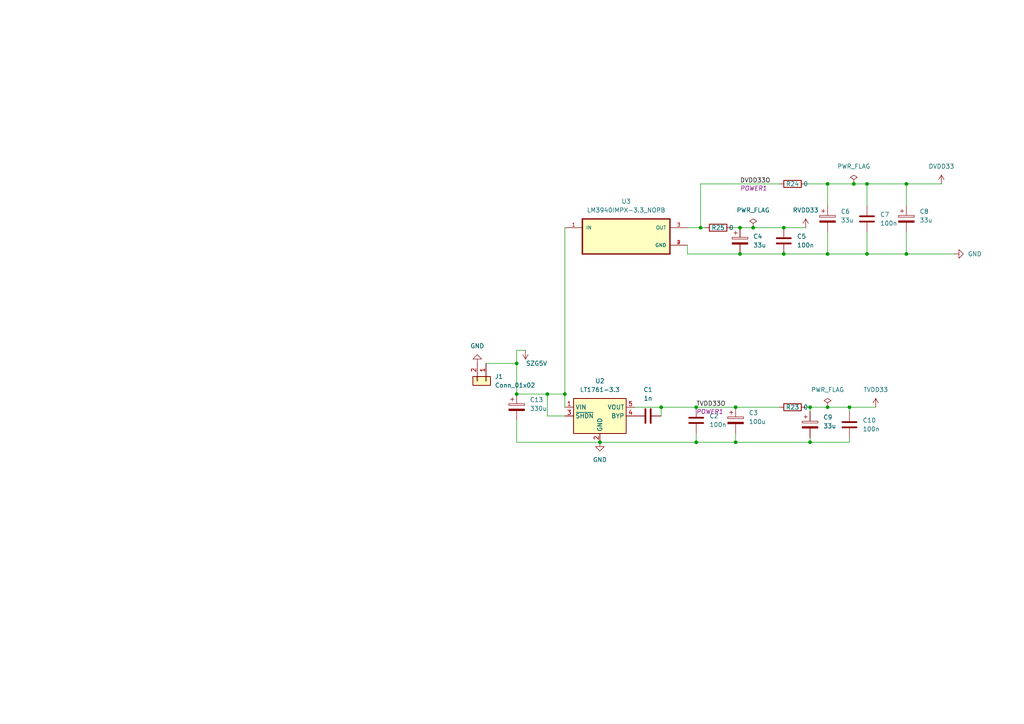
<source format=kicad_sch>
(kicad_sch (version 20231120) (generator "eeschema") (generator_version "8.0")
  (paper "A4")
  (lib_symbols
    (symbol "Connector_Generic:Conn_01x02" (pin_names (offset 1.016) hide)
      (property "Reference" "J" (at 0 2.54 0))
      (property "Value" "Conn_01x02" (at 0 -5.08 0))
      (symbol "Conn_01x02_1_1"
        (rectangle (start -1.27 -2.413) (end 0 -2.667) (stroke (width 0.1524)))
        (rectangle (start -1.27 0.127) (end 0 -0.127) (stroke (width 0.1524)))
        (rectangle (start -1.27 1.27) (end 1.27 -3.81) (stroke (width 0.254)) (fill (type background)))
        (pin passive line (at -5.08 0 0) (length 3.81) (name "Pin_1") (number "1"))
        (pin passive line (at -5.08 -2.54 0) (length 3.81) (name "Pin_2") (number "2"))
      )
    )
    (symbol "Device:C" (pin_numbers hide) (pin_names (offset 0.254))
      (property "Reference" "C" (at 0.635 2.54 0))
      (property "Value" "C" (at 0.635 -2.54 0))
      (symbol "C_0_1"
        (polyline (pts (xy -2.032 -0.762) (xy 2.032 -0.762)) (stroke (width 0.508)))
        (polyline (pts (xy -2.032 0.762) (xy 2.032 0.762)) (stroke (width 0.508)))
      )
      (symbol "C_1_1"
        (pin passive line (at 0 3.81 270) (length 2.794) (name "~") (number "1"))
        (pin passive line (at 0 -3.81 90) (length 2.794) (name "~") (number "2"))
      )
    )
    (symbol "Device:C_Polarized" (pin_numbers hide) (pin_names (offset 0.254))
      (property "Reference" "C" (at 0.635 2.54 0))
      (property "Value" "C_Polarized" (at 0.635 -2.54 0))
      (symbol "C_Polarized_0_1"
        (rectangle (start -2.286 0.508) (end 2.286 1.016))
        (polyline (pts (xy -1.778 2.286) (xy -0.762 2.286)))
        (polyline (pts (xy -1.27 2.794) (xy -1.27 1.778)))
        (rectangle (start 2.286 -0.508) (end -2.286 -1.016) (fill (type outline)))
      )
      (symbol "C_Polarized_1_1"
        (pin passive line (at 0 3.81 270) (length 2.794) (name "~") (number "1"))
        (pin passive line (at 0 -3.81 90) (length 2.794) (name "~") (number "2"))
      )
    )
    (symbol "Device:R" (pin_numbers hide) (pin_names (offset 0))
      (property "Reference" "R" (at 2.032 0 90))
      (property "Value" "R" (at 0 0 90))
      (symbol "R_0_1"
        (rectangle (start -1.016 -2.54) (end 1.016 2.54) (stroke (width 0.254)))
      )
      (symbol "R_1_1"
        (pin passive line (at 0 3.81 270) (length 1.27) (name "~") (number "1"))
        (pin passive line (at 0 -3.81 90) (length 1.27) (name "~") (number "2"))
      )
    )
    (symbol "LM3940IMPX-3.3_NOPB:LM3940IMPX-3.3_NOPB" (pin_names (offset 1.016))
      (property "Reference" "U" (at -12.7 6.08 0))
      (property "Value" "LM3940IMPX-3.3_NOPB" (at -12.7 -9.08 0))
      (symbol "LM3940IMPX-3.3_NOPB_0_0"
        (rectangle (start -12.7 -5.08) (end 12.7 5.08) (stroke (width 0.41)) (fill (type background)))
        (pin input line (at -17.78 2.54 0) (length 5.08) (name "IN") (number "1"))
        (pin power_in line (at 17.78 -2.54 180) (length 5.08) (name "GND") (number "2"))
        (pin power_out line (at 17.78 2.54 180) (length 5.08) (name "OUT") (number "3"))
        (pin power_in line (at 17.78 -2.54 180) (length 5.08) (name "GND") (number "4"))
      )
    )
    (symbol "Regulator_Linear:LT1761-3.3"
      (property "Reference" "U" (at -6.35 6.35 0))
      (property "Value" "LT1761-3.3" (at 0 6.35 0))
      (symbol "LT1761-3.3_0_1"
        (rectangle (start -7.62 5.08) (end 7.62 -5.08) (stroke (width 0.254)) (fill (type background)))
      )
      (symbol "LT1761-3.3_1_1"
        (pin power_in line (at -10.16 2.54 0) (length 2.54) (name "VIN") (number "1"))
        (pin power_in line (at 0 -7.62 90) (length 2.54) (name "GND") (number "2"))
        (pin input line (at -10.16 0 0) (length 2.54) (name "~{SHDN}") (number "3"))
        (pin passive line (at 10.16 0 180) (length 2.54) (name "BYP") (number "4"))
        (pin power_out line (at 10.16 2.54 180) (length 2.54) (name "VOUT") (number "5"))
      )
    )
    (symbol "power:+5V" (power) (pin_numbers hide) (pin_names (offset 0) hide)
      (property "Value" "+5V" (at 0 3.556 0))
      (symbol "+5V_0_1"
        (polyline (pts (xy -0.762 1.27) (xy 0 2.54)))
        (polyline (pts (xy 0 0) (xy 0 2.54)))
        (polyline (pts (xy 0 2.54) (xy 0.762 1.27)))
      )
      (symbol "+5V_1_1"
        (pin power_in line (at 0 0 90) (length 0) (name "~") (number "1"))
      )
    )
    (symbol "power:GND" (power) (pin_numbers hide) (pin_names (offset 0) hide)
      (property "Value" "GND" (at 0 -3.81 0))
      (symbol "GND_0_1"
        (polyline (pts (xy 0 0) (xy 0 -1.27) (xy 1.27 -1.27) (xy 0 -2.54) (xy -1.27 -1.27) (xy 0 -1.27)))
      )
      (symbol "GND_1_1"
        (pin power_in line (at 0 0 270) (length 0) (name "~") (number "1"))
      )
    )
    (symbol "power:PWR_FLAG" (power) (pin_numbers hide) (pin_names (offset 0) hide)
      (property "Value" "PWR_FLAG" (at 0 3.81 0))
      (symbol "PWR_FLAG_0_0"
        (pin power_out line (at 0 0 90) (length 0) (name "~") (number "1"))
      )
      (symbol "PWR_FLAG_0_1"
        (polyline (pts (xy 0 0) (xy 0 1.27) (xy -1.016 1.905) (xy 0 2.54) (xy 1.016 1.905) (xy 0 1.27)))
      )
    )
    (symbol "power:VDD" (power) (pin_numbers hide) (pin_names (offset 0) hide)
      (property "Value" "VDD" (at 0 3.556 0))
      (symbol "VDD_0_1"
        (polyline (pts (xy -0.762 1.27) (xy 0 2.54)))
        (polyline (pts (xy 0 0) (xy 0 2.54)))
        (polyline (pts (xy 0 2.54) (xy 0.762 1.27)))
      )
      (symbol "VDD_1_1"
        (pin power_in line (at 0 0 90) (length 0) (name "~") (number "1"))
      )
    )
  )
  (junction (at 251.46 53.34))
  (junction (at 240.03 53.34))
  (junction (at 149.86 114.3))
  (junction (at 163.83 114.3))
  (junction (at 262.89 73.66))
  (junction (at 240.03 73.66))
  (junction (at 158.75 114.3))
  (junction (at 247.65 53.34))
  (junction (at 234.95 118.11))
  (junction (at 201.93 118.11))
  (junction (at 173.99 128.27))
  (junction (at 203.2 66.04))
  (junction (at 227.33 73.66))
  (junction (at 191.77 118.11))
  (junction (at 262.89 53.34))
  (junction (at 234.95 128.27))
  (junction (at 213.36 118.11))
  (junction (at 240.03 118.11))
  (junction (at 214.63 73.66))
  (junction (at 251.46 73.66))
  (junction (at 213.36 128.27))
  (junction (at 214.63 66.04))
  (junction (at 227.33 66.04))
  (junction (at 149.86 105.41))
  (junction (at 201.93 128.27))
  (junction (at 246.38 118.11))
  (junction (at 218.44 66.04))
  (wire (pts (xy 203.2 66.04) (xy 204.47 66.04)))
  (wire (pts (xy 247.65 53.34) (xy 251.46 53.34)))
  (wire (pts (xy 227.33 73.66) (xy 240.03 73.66)))
  (wire (pts (xy 163.83 118.11) (xy 163.83 114.3)))
  (wire (pts (xy 262.89 53.34) (xy 262.89 59.69)))
  (wire (pts (xy 158.75 120.65) (xy 158.75 114.3)))
  (wire (pts (xy 234.95 118.11) (xy 234.95 119.38)))
  (wire (pts (xy 203.2 66.04) (xy 199.39 66.04)))
  (wire (pts (xy 173.99 128.27) (xy 201.93 128.27)))
  (wire (pts (xy 240.03 67.31) (xy 240.03 73.66)))
  (wire (pts (xy 262.89 53.34) (xy 273.05 53.34)))
  (wire (pts (xy 240.03 53.34) (xy 247.65 53.34)))
  (wire (pts (xy 203.2 53.34) (xy 226.06 53.34)))
  (wire (pts (xy 240.03 53.34) (xy 240.03 59.69)))
  (wire (pts (xy 240.03 118.11) (xy 246.38 118.11)))
  (wire (pts (xy 234.95 118.11) (xy 240.03 118.11)))
  (wire (pts (xy 140.97 105.41) (xy 149.86 105.41)))
  (wire (pts (xy 149.86 101.6) (xy 152.4 101.6)))
  (wire (pts (xy 149.86 101.6) (xy 149.86 105.41)))
  (wire (pts (xy 201.93 118.11) (xy 213.36 118.11)))
  (wire (pts (xy 214.63 73.66) (xy 227.33 73.66)))
  (wire (pts (xy 149.86 105.41) (xy 149.86 114.3)))
  (wire (pts (xy 251.46 73.66) (xy 262.89 73.66)))
  (wire (pts (xy 254 118.11) (xy 246.38 118.11)))
  (wire (pts (xy 246.38 118.11) (xy 246.38 119.38)))
  (wire (pts (xy 199.39 73.66) (xy 199.39 71.12)))
  (wire (pts (xy 163.83 66.04) (xy 163.83 114.3)))
  (wire (pts (xy 213.36 128.27) (xy 201.93 128.27)))
  (wire (pts (xy 149.86 121.92) (xy 149.86 128.27)))
  (wire (pts (xy 234.95 128.27) (xy 246.38 128.27)))
  (wire (pts (xy 213.36 128.27) (xy 234.95 128.27)))
  (wire (pts (xy 262.89 53.34) (xy 251.46 53.34)))
  (wire (pts (xy 240.03 53.34) (xy 233.68 53.34)))
  (wire (pts (xy 163.83 120.65) (xy 158.75 120.65)))
  (wire (pts (xy 251.46 53.34) (xy 251.46 59.69)))
  (wire (pts (xy 227.33 66.04) (xy 233.68 66.04)))
  (wire (pts (xy 158.75 114.3) (xy 163.83 114.3)))
  (wire (pts (xy 199.39 73.66) (xy 214.63 73.66)))
  (wire (pts (xy 214.63 66.04) (xy 218.44 66.04)))
  (wire (pts (xy 246.38 128.27) (xy 246.38 127)))
  (wire (pts (xy 213.36 118.11) (xy 226.06 118.11)))
  (wire (pts (xy 251.46 67.31) (xy 251.46 73.66)))
  (wire (pts (xy 191.77 118.11) (xy 201.93 118.11)))
  (wire (pts (xy 240.03 73.66) (xy 251.46 73.66)))
  (wire (pts (xy 234.95 128.27) (xy 234.95 127)))
  (wire (pts (xy 201.93 125.73) (xy 201.93 128.27)))
  (wire (pts (xy 218.44 66.04) (xy 227.33 66.04)))
  (wire (pts (xy 191.77 118.11) (xy 191.77 120.65)))
  (wire (pts (xy 149.86 114.3) (xy 158.75 114.3)))
  (wire (pts (xy 203.2 53.34) (xy 203.2 66.04)))
  (wire (pts (xy 262.89 73.66) (xy 276.86 73.66)))
  (wire (pts (xy 149.86 128.27) (xy 173.99 128.27)))
  (wire (pts (xy 213.36 125.73) (xy 213.36 128.27)))
  (wire (pts (xy 234.95 118.11) (xy 233.68 118.11)))
  (wire (pts (xy 262.89 67.31) (xy 262.89 73.66)))
  (wire (pts (xy 184.15 118.11) (xy 191.77 118.11)))
  (wire (pts (xy 212.09 66.04) (xy 214.63 66.04)))
  (label "TVDD33O" (at 201.93 118.11 0) (property "Netclass" "POWER1" (at 201.93 119.38 0) (effects (font (italic yes)) (justify left))))
  (label "DVDD33O" (at 214.63 53.34 0) (property "Netclass" "POWER1" (at 214.63 54.61 0) (effects (font (italic yes)) (justify left))))
  (symbol (lib_id "Device:C_Polarized") (at 262.89 63.5 0) (unit 1)
    (property "Reference" "C8" (at 266.7 61.3409 0) (effects (justify left)))
    (property "Value" "33u" (at 266.7 63.8809 0) (effects (justify left)))
    (property "Footprint" "Capacitor_Tantalum_SMD:CP_EIA-2012-15_AVX-P_Pad1.30x1.05mm_HandSolder" (effects (hide yes)))
    (property "Description" "Polarized capacitor (tantal)" (effects (hide yes)))
  )
  (symbol (lib_id "power:PWR_FLAG") (at 218.44 66.04 0) (unit 1)
    (property "Reference" "#FLG011" (effects (hide yes)))
    (property "Value" "PWR_FLAG" (at 218.44 60.96 0))
    (property "Description" "Special symbol for telling ERC where power comes from" (effects (hide yes)))
  )
  (symbol (lib_id "Regulator_Linear:LT1761-3.3") (at 173.99 120.65 0) (unit 1)
    (property "Reference" "U2" (at 173.99 110.49 0))
    (property "Value" "LT1761-3.3" (at 173.99 113.03 0))
    (property "Footprint" "Package_TO_SOT_SMD:TSOT-23-5" (effects (hide yes)))
    (property "Datasheet" "https://www.analog.com/media/en/technical-documentation/data-sheets/1761sff.pdf" (effects (hide yes)))
    (property "Description" "MICROPOWER Low Noise 3.3V 100mA LDO regulator, TSOT-23-5" (effects (hide yes)))
  )
  (symbol (lib_id "Device:R") (at 208.28 66.04 90) (unit 1)
    (property "Reference" "R25" (at 208.28 66.04 90))
    (property "Value" "0" (at 212.09 66.04 90))
    (property "Footprint" "Resistor_SMD:R_0603_1608Metric_Pad0.98x0.95mm_HandSolder" (effects (hide yes)))
    (property "Description" "Resistor" (effects (hide yes)))
  )
  (symbol (lib_id "power:+5V") (at 152.4 101.6 180) (unit 1)
    (property "Reference" "#PWR096" (effects (hide yes)))
    (property "Value" "SZG5V" (at 158.75 105.41 0) (effects (justify left)))
  )
  (symbol (lib_id "Device:C_Polarized") (at 213.36 121.92 0) (unit 1)
    (property "Reference" "C3" (at 217.17 119.7609 0) (effects (justify left)))
    (property "Value" "100u" (at 217.17 122.3009 0) (effects (justify left)))
    (property "Footprint" "Capacitor_Tantalum_SMD:CP_EIA-2012-15_AVX-P_Pad1.30x1.05mm_HandSolder" (effects (hide yes)))
    (property "Datasheet" "https://datasheets.kyocera-avx.com/F95.pdf" (effects (hide yes)))
    (property "Description" "Polarized capacitor (tantal)" (effects (hide yes)))
  )
  (symbol (lib_id "power:VDD") (at 233.68 66.04 0) (unit 1)
    (property "Reference" "#PWR018" (effects (hide yes)))
    (property "Value" "RVDD33" (at 233.68 60.96 0))
    (property "Description" "Power symbol creates a global label with name \"VDD\"" (effects (hide yes)))
  )
  (symbol (lib_id "Device:C_Polarized") (at 240.03 63.5 0) (unit 1)
    (property "Reference" "C6" (at 243.84 61.3409 0) (effects (justify left)))
    (property "Value" "33u" (at 243.84 63.8809 0) (effects (justify left)))
    (property "Footprint" "Capacitor_Tantalum_SMD:CP_EIA-2012-15_AVX-P_Pad1.30x1.05mm_HandSolder" (effects (hide yes)))
    (property "Description" "Polarized capacitor (tantal)" (effects (hide yes)))
  )
  (symbol (lib_id "power:VDD") (at 273.05 53.34 0) (unit 1)
    (property "Reference" "#PWR010" (effects (hide yes)))
    (property "Value" "DVDD33" (at 273.05 48.26 0))
    (property "Description" "Power symbol creates a global label with name \"VDD\"" (effects (hide yes)))
  )
  (symbol (lib_id "LM3940IMPX-3.3_NOPB:LM3940IMPX-3.3_NOPB") (at 181.61 68.58 0) (unit 1)
    (property "Reference" "U3" (at 181.61 58.42 0))
    (property "Value" "LM3940IMPX-3.3_NOPB" (at 181.61 60.96 0))
    (property "Footprint" "LM3940IMPX-3.3_NOPB:SOT230P700X180-4N" (effects (hide yes)))
    (property "MF" "Texas Instruments" (effects (hide yes)))
    (property "Description_1" "\n                        \n                            1-A, low-dropout voltage regulator for 5-V to 3.3-V conversion\n                        \n" (effects (hide yes)))
    (property "Package" "SOT-223-4 Texas Instruments" (effects (hide yes)))
    (property "Price" "None" (effects (hide yes)))
    (property "SnapEDA_Link" "https://www.snapeda.com/parts/LM3940IMPX-3.3/NOPB/Texas+Instruments/view-part/?ref=snap" (effects (hide yes)))
    (property "MP" "LM3940IMPX-3.3/NOPB" (effects (hide yes)))
    (property "Availability" "In Stock" (effects (hide yes)))
    (property "Check_prices" "https://www.snapeda.com/parts/LM3940IMPX-3.3/NOPB/Texas+Instruments/view-part/?ref=eda" (effects (hide yes)))
  )
  (symbol (lib_id "Device:C") (at 201.93 121.92 0) (unit 1)
    (property "Reference" "C2" (at 205.74 120.6499 0) (effects (justify left)))
    (property "Value" "100n" (at 205.74 123.1899 0) (effects (justify left)))
    (property "Footprint" "Capacitor_SMD:C_0603_1608Metric_Pad1.08x0.95mm_HandSolder" (effects (hide yes)))
    (property "Description" "Unpolarized capacitor" (effects (hide yes)))
  )
  (symbol (lib_id "power:PWR_FLAG") (at 247.65 53.34 0) (unit 1)
    (property "Reference" "#FLG010" (effects (hide yes)))
    (property "Value" "PWR_FLAG" (at 247.65 48.26 0))
    (property "Description" "Special symbol for telling ERC where power comes from" (effects (hide yes)))
  )
  (symbol (lib_id "power:VDD") (at 254 118.11 0) (unit 1)
    (property "Reference" "#PWR09" (effects (hide yes)))
    (property "Value" "TVDD33" (at 254 113.03 0))
    (property "Description" "Power symbol creates a global label with name \"VDD\"" (effects (hide yes)))
  )
  (symbol (lib_id "Device:R") (at 229.87 53.34 90) (unit 1)
    (property "Reference" "R24" (at 229.87 53.34 90))
    (property "Value" "0" (at 233.68 53.34 90))
    (property "Footprint" "Resistor_SMD:R_0603_1608Metric_Pad0.98x0.95mm_HandSolder" (effects (hide yes)))
    (property "Description" "Resistor" (effects (hide yes)))
  )
  (symbol (lib_id "Device:C_Polarized") (at 234.95 123.19 0) (unit 1)
    (property "Reference" "C9" (at 238.76 121.0309 0) (effects (justify left)))
    (property "Value" "33u" (at 238.76 123.5709 0) (effects (justify left)))
    (property "Footprint" "Capacitor_Tantalum_SMD:CP_EIA-2012-15_AVX-P_Pad1.30x1.05mm_HandSolder" (effects (hide yes)))
    (property "Datasheet" "https://datasheets.kyocera-avx.com/F95.pdf" (effects (hide yes)))
    (property "Description" "Polarized capacitor (tantal)" (effects (hide yes)))
  )
  (symbol (lib_id "power:PWR_FLAG") (at 240.03 118.11 0) (unit 1)
    (property "Reference" "#FLG09" (effects (hide yes)))
    (property "Value" "PWR_FLAG" (at 240.03 113.03 0))
    (property "Description" "Special symbol for telling ERC where power comes from" (effects (hide yes)))
  )
  (symbol (lib_id "Connector_Generic:Conn_01x02") (at 140.97 110.49 270) (unit 1)
    (property "Reference" "J1" (at 143.51 109.2199 90) (effects (justify left)))
    (property "Value" "Conn_01x02" (at 143.51 111.7599 90) (effects (justify left)))
    (property "Footprint" "Connector_PinHeader_2.54mm:PinHeader_1x02_P2.54mm_Vertical" (effects (hide yes)))
    (property "Description" "Generic connector, single row, 01x02, script generated (kicad-library-utils/schlib/autogen/connector/)" (effects (hide yes)))
  )
  (symbol (lib_id "Device:C_Polarized") (at 149.86 118.11 0) (unit 1)
    (property "Reference" "C13" (at 153.67 115.9509 0) (effects (justify left)))
    (property "Value" "330u" (at 153.67 118.4909 0) (effects (justify left)))
    (property "Footprint" "Capacitor_THT:CP_Radial_D8.0mm_P5.00mm" (effects (hide yes)))
    (property "Description" "Polarized capacitor electrolytic" (effects (hide yes)))
  )
  (symbol (lib_id "Device:C") (at 187.96 120.65 90) (unit 1)
    (property "Reference" "C1" (at 187.96 113.03 90))
    (property "Value" "1n" (at 187.96 115.57 90))
    (property "Footprint" "Capacitor_SMD:C_0603_1608Metric_Pad1.08x0.95mm_HandSolder" (effects (hide yes)))
    (property "Description" "Unpolarized capacitor" (effects (hide yes)))
  )
  (symbol (lib_id "Device:C_Polarized") (at 214.63 69.85 0) (unit 1)
    (property "Reference" "C4" (at 218.44 68.58 0) (effects (justify left)))
    (property "Value" "33u" (at 218.44 71.12 0) (effects (justify left)))
    (property "Footprint" "Capacitor_Tantalum_SMD:CP_EIA-2012-15_AVX-P_Pad1.30x1.05mm_HandSolder" (effects (hide yes)))
    (property "Description" "Polarized capacitor (tantal)" (effects (hide yes)))
  )
  (symbol (lib_id "power:GND") (at 138.43 105.41 180) (unit 1)
    (property "Reference" "#PWR012" (effects (hide yes)))
    (property "Value" "GND" (at 138.43 100.33 0))
    (property "Description" "Power symbol creates a global label with name \"GND\" , ground" (effects (hide yes)))
  )
  (symbol (lib_id "Device:C") (at 251.46 63.5 0) (unit 1)
    (property "Reference" "C7" (at 255.27 62.2299 0) (effects (justify left)))
    (property "Value" "100n" (at 255.27 64.7699 0) (effects (justify left)))
    (property "Footprint" "Capacitor_SMD:C_0603_1608Metric_Pad1.08x0.95mm_HandSolder" (effects (hide yes)))
    (property "Description" "Unpolarized capacitor" (effects (hide yes)))
  )
  (symbol (lib_id "Device:R") (at 229.87 118.11 90) (unit 1)
    (property "Reference" "R23" (at 229.87 118.11 90))
    (property "Value" "0" (at 233.68 118.11 90))
    (property "Footprint" "Resistor_SMD:R_0603_1608Metric_Pad0.98x0.95mm_HandSolder" (effects (hide yes)))
    (property "Description" "Resistor" (effects (hide yes)))
  )
  (symbol (lib_id "Device:C") (at 227.33 69.85 0) (unit 1)
    (property "Reference" "C5" (at 231.14 68.5799 0) (effects (justify left)))
    (property "Value" "100n" (at 231.14 71.1199 0) (effects (justify left)))
    (property "Footprint" "Capacitor_SMD:C_0603_1608Metric_Pad1.08x0.95mm_HandSolder" (effects (hide yes)))
    (property "Description" "Unpolarized capacitor" (effects (hide yes)))
  )
  (symbol (lib_id "power:GND") (at 276.86 73.66 90) (unit 1)
    (property "Reference" "#PWR017" (effects (hide yes)))
    (property "Value" "GND" (at 280.67 73.6599 90) (effects (justify right)))
    (property "Description" "Power symbol creates a global label with name \"GND\" , ground" (effects (hide yes)))
  )
  (symbol (lib_id "power:GND") (at 173.99 128.27 0) (unit 1)
    (property "Reference" "#PWR016" (effects (hide yes)))
    (property "Value" "GND" (at 173.99 133.35 0))
    (property "Description" "Power symbol creates a global label with name \"GND\" , ground" (effects (hide yes)))
  )
  (symbol (lib_id "Device:C") (at 246.38 123.19 0) (unit 1)
    (property "Reference" "C10" (at 250.19 121.9199 0) (effects (justify left)))
    (property "Value" "100n" (at 250.19 124.4599 0) (effects (justify left)))
    (property "Footprint" "Capacitor_SMD:C_0603_1608Metric_Pad1.08x0.95mm_HandSolder" (effects (hide yes)))
    (property "Description" "Unpolarized capacitor" (effects (hide yes)))
  )
)
</source>
